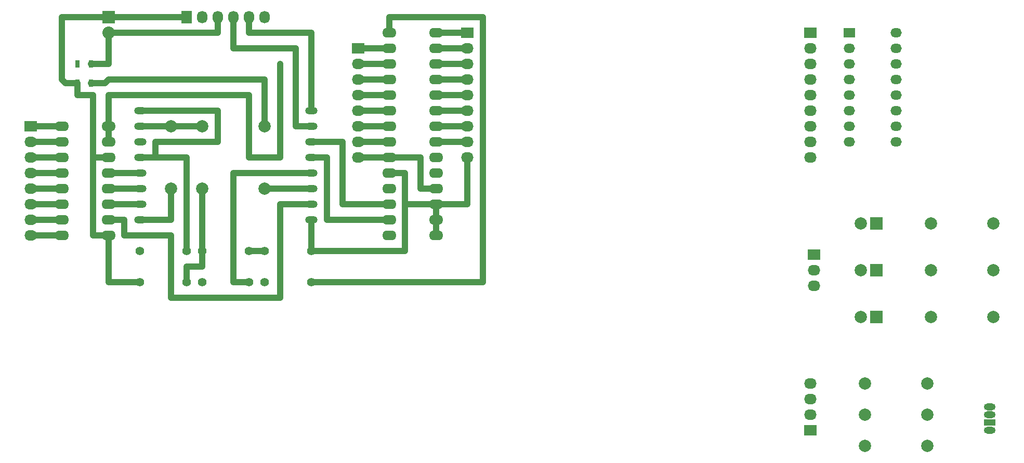
<source format=gbr>
G04 #@! TF.FileFunction,Copper,L1,Top,Signal*
%FSLAX46Y46*%
G04 Gerber Fmt 4.6, Leading zero omitted, Abs format (unit mm)*
G04 Created by KiCad (PCBNEW 4.0.2-stable) date Friday, July 22, 2016 'pmt' 07:07:35 pm*
%MOMM*%
G01*
G04 APERTURE LIST*
%ADD10C,0.100000*%
%ADD11O,2.000000X1.200000*%
%ADD12C,1.397000*%
%ADD13R,2.000000X2.000000*%
%ADD14C,2.000000*%
%ADD15O,1.905000X1.117600*%
%ADD16R,1.905000X1.117600*%
%ADD17R,2.032000X1.727200*%
%ADD18O,2.032000X1.727200*%
%ADD19R,1.727200X2.032000*%
%ADD20O,1.727200X2.032000*%
%ADD21C,1.998980*%
%ADD22R,1.824000X1.524000*%
%ADD23O,1.824000X1.524000*%
%ADD24O,2.300000X1.600000*%
%ADD25R,0.700000X1.300000*%
%ADD26R,2.032000X2.032000*%
%ADD27O,2.032000X2.032000*%
%ADD28C,1.000000*%
G04 APERTURE END LIST*
D10*
D11*
X162560000Y-96520000D03*
X134720000Y-96520000D03*
X162560000Y-99060000D03*
X134720000Y-99060000D03*
X162560000Y-101600000D03*
X134720000Y-101600000D03*
X162560000Y-104140000D03*
X134720000Y-104140000D03*
X162560000Y-106680000D03*
X134720000Y-106680000D03*
X162560000Y-109220000D03*
X134720000Y-109220000D03*
X162560000Y-111760000D03*
X134720000Y-111760000D03*
X162560000Y-114300000D03*
X134720000Y-114300000D03*
D12*
X154940000Y-124460000D03*
X154940000Y-119380000D03*
X162560000Y-124460000D03*
X162560000Y-119380000D03*
X134620000Y-124460000D03*
X134620000Y-119380000D03*
X142240000Y-124460000D03*
X142240000Y-119380000D03*
X144780000Y-124460000D03*
X144780000Y-119380000D03*
X152400000Y-124460000D03*
X152400000Y-119380000D03*
D13*
X254635000Y-130175000D03*
D14*
X252095000Y-130175000D03*
D13*
X254635000Y-122555000D03*
D14*
X252095000Y-122555000D03*
D15*
X273050000Y-148590000D03*
D16*
X273050000Y-147320000D03*
D15*
X273050000Y-146050000D03*
X273050000Y-144780000D03*
D13*
X254635000Y-114935000D03*
D14*
X252095000Y-114935000D03*
D17*
X116840000Y-99060000D03*
D18*
X116840000Y-101600000D03*
X116840000Y-104140000D03*
X116840000Y-106680000D03*
X116840000Y-109220000D03*
X116840000Y-111760000D03*
X116840000Y-114300000D03*
X116840000Y-116840000D03*
D19*
X142240000Y-81280000D03*
D20*
X144780000Y-81280000D03*
X147320000Y-81280000D03*
X149860000Y-81280000D03*
X152400000Y-81280000D03*
X154940000Y-81280000D03*
D17*
X187960000Y-83820000D03*
D18*
X187960000Y-86360000D03*
X187960000Y-88900000D03*
X187960000Y-91440000D03*
X187960000Y-93980000D03*
X187960000Y-96520000D03*
X187960000Y-99060000D03*
X187960000Y-101600000D03*
X187960000Y-104140000D03*
D17*
X243840000Y-83820000D03*
D18*
X243840000Y-86360000D03*
X243840000Y-88900000D03*
X243840000Y-91440000D03*
X243840000Y-93980000D03*
X243840000Y-96520000D03*
X243840000Y-99060000D03*
X243840000Y-101600000D03*
X243840000Y-104140000D03*
D17*
X244475000Y-120015000D03*
D18*
X244475000Y-122555000D03*
X244475000Y-125095000D03*
D21*
X139700000Y-109220000D03*
X139700000Y-99060000D03*
X144780000Y-109220000D03*
X144780000Y-99060000D03*
X154940000Y-109220000D03*
X154940000Y-99060000D03*
X262890000Y-151130000D03*
X252730000Y-151130000D03*
X262890000Y-140970000D03*
X252730000Y-140970000D03*
X262890000Y-146050000D03*
X252730000Y-146050000D03*
X263525000Y-130175000D03*
X273685000Y-130175000D03*
X263525000Y-122555000D03*
X273685000Y-122555000D03*
X263525000Y-114935000D03*
X273685000Y-114935000D03*
D22*
X250190000Y-83820000D03*
D23*
X257810000Y-83820000D03*
X250190000Y-86360000D03*
X257810000Y-86360000D03*
X250190000Y-88900000D03*
X257810000Y-88900000D03*
X250190000Y-91440000D03*
X257810000Y-91440000D03*
X250190000Y-93980000D03*
X257810000Y-93980000D03*
X250190000Y-96520000D03*
X257810000Y-96520000D03*
X250190000Y-99060000D03*
X257810000Y-99060000D03*
X250190000Y-101600000D03*
X257810000Y-101600000D03*
D24*
X175260000Y-83820000D03*
X175260000Y-86360000D03*
X175260000Y-88900000D03*
X175260000Y-91440000D03*
X175260000Y-93980000D03*
X175260000Y-96520000D03*
X175260000Y-99060000D03*
X175260000Y-101600000D03*
X175260000Y-104140000D03*
X175260000Y-106680000D03*
X175260000Y-109220000D03*
X175260000Y-111760000D03*
X175260000Y-114300000D03*
X175260000Y-116840000D03*
X182880000Y-116840000D03*
X182880000Y-114300000D03*
X182880000Y-111760000D03*
X182880000Y-109220000D03*
X182880000Y-106680000D03*
X182880000Y-104140000D03*
X182880000Y-101600000D03*
X182880000Y-99060000D03*
X182880000Y-96520000D03*
X182880000Y-93980000D03*
X182880000Y-91440000D03*
X182880000Y-88900000D03*
X182880000Y-86360000D03*
X182880000Y-83820000D03*
X121920000Y-99060000D03*
X121920000Y-101600000D03*
X121920000Y-104140000D03*
X121920000Y-106680000D03*
X121920000Y-109220000D03*
X121920000Y-111760000D03*
X121920000Y-114300000D03*
X121920000Y-116840000D03*
X129540000Y-116840000D03*
X129540000Y-114300000D03*
X129540000Y-111760000D03*
X129540000Y-109220000D03*
X129540000Y-106680000D03*
X129540000Y-104140000D03*
X129540000Y-101600000D03*
X129540000Y-99060000D03*
D17*
X243840000Y-148590000D03*
D18*
X243840000Y-146050000D03*
X243840000Y-143510000D03*
X243840000Y-140970000D03*
D17*
X170180000Y-86360000D03*
D18*
X170180000Y-88900000D03*
X170180000Y-91440000D03*
X170180000Y-93980000D03*
X170180000Y-96520000D03*
X170180000Y-99060000D03*
X170180000Y-101600000D03*
X170180000Y-104140000D03*
D25*
X126660000Y-88900000D03*
X124460000Y-88900000D03*
X124460000Y-92000000D03*
X126660000Y-92000000D03*
D26*
X129540000Y-81280000D03*
D27*
X129540000Y-83820000D03*
D28*
X187960000Y-111760000D02*
X187960000Y-104140000D01*
X182880000Y-111760000D02*
X187960000Y-111760000D01*
X177800000Y-119380000D02*
X177800000Y-111760000D01*
X162560000Y-119380000D02*
X177800000Y-119380000D01*
X182880000Y-116840000D02*
X182880000Y-114300000D01*
X182880000Y-111760000D02*
X182880000Y-114300000D01*
X177800000Y-111760000D02*
X182880000Y-111760000D01*
X177800000Y-106680000D02*
X177800000Y-111760000D01*
X175260000Y-106680000D02*
X177800000Y-106680000D01*
X127000000Y-104140000D02*
X127000000Y-93980000D01*
X127000000Y-93980000D02*
X124460000Y-93980000D01*
X124460000Y-93980000D02*
X124460000Y-92000000D01*
X121920000Y-91440000D02*
X122480000Y-92000000D01*
X122480000Y-92000000D02*
X124460000Y-92000000D01*
X121920000Y-81280000D02*
X121920000Y-91440000D01*
X129540000Y-81280000D02*
X121920000Y-81280000D01*
X142240000Y-81280000D02*
X129540000Y-81280000D01*
X127000000Y-116840000D02*
X129540000Y-116840000D01*
X127000000Y-104140000D02*
X127000000Y-116840000D01*
X129540000Y-104140000D02*
X127000000Y-104140000D01*
X144780000Y-109220000D02*
X144780000Y-119380000D01*
X162560000Y-119380000D02*
X162560000Y-114300000D01*
X152400000Y-119380000D02*
X154940000Y-119380000D01*
X144780000Y-121920000D02*
X144780000Y-119380000D01*
X142240000Y-121920000D02*
X144780000Y-121920000D01*
X142240000Y-124460000D02*
X142240000Y-121920000D01*
X129540000Y-124460000D02*
X134620000Y-124460000D01*
X129540000Y-116840000D02*
X129540000Y-124460000D01*
X116840000Y-101600000D02*
X121920000Y-101600000D01*
X147320000Y-83820000D02*
X129540000Y-83820000D01*
X147320000Y-81280000D02*
X147320000Y-83820000D01*
X129540000Y-88900000D02*
X126660000Y-88900000D01*
X129540000Y-83820000D02*
X129540000Y-88900000D01*
X139700000Y-114300000D02*
X139700000Y-109220000D01*
X134720000Y-114300000D02*
X139700000Y-114300000D01*
X116840000Y-106680000D02*
X121920000Y-106680000D01*
X116840000Y-109220000D02*
X121920000Y-109220000D01*
X116840000Y-111760000D02*
X121920000Y-111760000D01*
X162560000Y-99060000D02*
X160020000Y-99060000D01*
X160020000Y-99060000D02*
X160020000Y-86360000D01*
X160020000Y-86360000D02*
X149860000Y-86360000D01*
X149860000Y-86360000D02*
X149860000Y-81280000D01*
X162560000Y-96520000D02*
X162560000Y-83820000D01*
X162560000Y-83820000D02*
X152400000Y-83820000D01*
X152400000Y-83820000D02*
X152400000Y-81280000D01*
X142240000Y-104140000D02*
X142240000Y-119380000D01*
X134720000Y-104140000D02*
X142240000Y-104140000D01*
X137160000Y-104140000D02*
X134720000Y-104140000D01*
X137160000Y-101600000D02*
X137160000Y-104140000D01*
X147320000Y-101600000D02*
X137160000Y-101600000D01*
X147320000Y-96520000D02*
X147320000Y-101600000D01*
X134720000Y-96520000D02*
X147320000Y-96520000D01*
X134720000Y-96520000D02*
X134620000Y-96520000D01*
X149860000Y-106680000D02*
X162560000Y-106680000D01*
X149860000Y-124460000D02*
X149860000Y-106680000D01*
X152400000Y-124460000D02*
X149860000Y-124460000D01*
X139700000Y-99060000D02*
X144780000Y-99060000D01*
X134720000Y-99060000D02*
X139700000Y-99060000D01*
X129540000Y-106680000D02*
X134720000Y-106680000D01*
X162560000Y-111760000D02*
X157480000Y-111760000D01*
X157480000Y-111760000D02*
X157480000Y-127000000D01*
X132080000Y-114300000D02*
X129540000Y-114300000D01*
X157480000Y-127000000D02*
X139700000Y-127000000D01*
X139700000Y-127000000D02*
X139700000Y-116840000D01*
X139700000Y-116840000D02*
X132080000Y-116840000D01*
X132080000Y-116840000D02*
X132080000Y-114300000D01*
X157480000Y-88900000D02*
X157480000Y-93980000D01*
X157480000Y-93980000D02*
X157480000Y-104140000D01*
X157480000Y-104140000D02*
X152400000Y-104140000D01*
X152400000Y-104140000D02*
X152400000Y-93980000D01*
X152400000Y-93980000D02*
X129540000Y-93980000D01*
X129540000Y-93980000D02*
X129540000Y-99060000D01*
X170180000Y-104140000D02*
X175260000Y-104140000D01*
X180340000Y-109220000D02*
X182880000Y-109220000D01*
X180340000Y-104140000D02*
X180340000Y-109220000D01*
X175260000Y-104140000D02*
X180340000Y-104140000D01*
X129540000Y-99060000D02*
X129540000Y-101600000D01*
X154940000Y-99060000D02*
X154940000Y-91440000D01*
X129540000Y-91440000D02*
X128980000Y-92000000D01*
X154940000Y-91440000D02*
X129540000Y-91440000D01*
X128980000Y-92000000D02*
X126660000Y-92000000D01*
X116840000Y-99060000D02*
X121920000Y-99060000D01*
X116840000Y-104140000D02*
X121920000Y-104140000D01*
X116840000Y-114300000D02*
X121920000Y-114300000D01*
X116840000Y-116840000D02*
X121920000Y-116840000D01*
X182880000Y-83820000D02*
X187960000Y-83820000D01*
X182880000Y-86360000D02*
X187960000Y-86360000D01*
X182880000Y-88900000D02*
X187960000Y-88900000D01*
X182880000Y-91440000D02*
X187960000Y-91440000D01*
X182880000Y-93980000D02*
X187960000Y-93980000D01*
X182880000Y-96520000D02*
X187960000Y-96520000D01*
X182880000Y-99060000D02*
X187960000Y-99060000D01*
X182880000Y-101600000D02*
X187960000Y-101600000D01*
X170180000Y-86360000D02*
X175260000Y-86360000D01*
X170180000Y-88900000D02*
X175260000Y-88900000D01*
X170180000Y-91440000D02*
X175260000Y-91440000D01*
X170180000Y-93980000D02*
X175260000Y-93980000D01*
X162560000Y-109220000D02*
X154940000Y-109220000D01*
X175260000Y-81280000D02*
X175260000Y-83820000D01*
X190500000Y-81280000D02*
X175260000Y-81280000D01*
X190500000Y-124460000D02*
X190500000Y-81280000D01*
X162560000Y-124460000D02*
X190500000Y-124460000D01*
X129540000Y-111760000D02*
X134720000Y-111760000D01*
X129540000Y-109220000D02*
X134720000Y-109220000D01*
X162560000Y-101600000D02*
X167640000Y-101600000D01*
X167640000Y-101600000D02*
X167640000Y-111760000D01*
X167640000Y-111760000D02*
X172720000Y-111760000D01*
X172720000Y-111760000D02*
X175260000Y-111760000D01*
X162560000Y-104140000D02*
X165100000Y-104140000D01*
X165100000Y-104140000D02*
X165100000Y-114300000D01*
X165100000Y-114300000D02*
X172720000Y-114300000D01*
X172720000Y-114300000D02*
X175260000Y-114300000D01*
X170180000Y-96520000D02*
X175260000Y-96520000D01*
X170180000Y-99060000D02*
X175260000Y-99060000D01*
X170180000Y-101600000D02*
X175260000Y-101600000D01*
M02*

</source>
